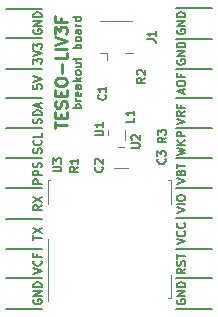
<source format=gto>
G04 #@! TF.GenerationSoftware,KiCad,Pcbnew,(5.0.1)-3*
G04 #@! TF.CreationDate,2018-11-05T23:25:50+01:00*
G04 #@! TF.ProjectId,project,70726F6A6563742E6B696361645F7063,rev?*
G04 #@! TF.SameCoordinates,Original*
G04 #@! TF.FileFunction,Legend,Top*
G04 #@! TF.FilePolarity,Positive*
%FSLAX46Y46*%
G04 Gerber Fmt 4.6, Leading zero omitted, Abs format (unit mm)*
G04 Created by KiCad (PCBNEW (5.0.1)-3) date 11/05/18 23:25:50*
%MOMM*%
%LPD*%
G01*
G04 APERTURE LIST*
%ADD10C,0.175000*%
%ADD11C,0.250000*%
%ADD12C,0.150000*%
%ADD13C,0.120000*%
%ADD14C,0.100000*%
G04 APERTURE END LIST*
D10*
X130501826Y-69467983D02*
X129801826Y-69467983D01*
X130068493Y-69467983D02*
X130035160Y-69401316D01*
X130035160Y-69267983D01*
X130068493Y-69201316D01*
X130101826Y-69167983D01*
X130168493Y-69134650D01*
X130368493Y-69134650D01*
X130435160Y-69167983D01*
X130468493Y-69201316D01*
X130501826Y-69267983D01*
X130501826Y-69401316D01*
X130468493Y-69467983D01*
X130501826Y-68834650D02*
X130035160Y-68834650D01*
X130168493Y-68834650D02*
X130101826Y-68801316D01*
X130068493Y-68767983D01*
X130035160Y-68701316D01*
X130035160Y-68634650D01*
X130468493Y-68134650D02*
X130501826Y-68201316D01*
X130501826Y-68334650D01*
X130468493Y-68401316D01*
X130401826Y-68434650D01*
X130135160Y-68434650D01*
X130068493Y-68401316D01*
X130035160Y-68334650D01*
X130035160Y-68201316D01*
X130068493Y-68134650D01*
X130135160Y-68101316D01*
X130201826Y-68101316D01*
X130268493Y-68434650D01*
X130501826Y-67501316D02*
X130135160Y-67501316D01*
X130068493Y-67534650D01*
X130035160Y-67601316D01*
X130035160Y-67734650D01*
X130068493Y-67801316D01*
X130468493Y-67501316D02*
X130501826Y-67567983D01*
X130501826Y-67734650D01*
X130468493Y-67801316D01*
X130401826Y-67834650D01*
X130335160Y-67834650D01*
X130268493Y-67801316D01*
X130235160Y-67734650D01*
X130235160Y-67567983D01*
X130201826Y-67501316D01*
X130501826Y-67167983D02*
X129801826Y-67167983D01*
X130235160Y-67101316D02*
X130501826Y-66901316D01*
X130035160Y-66901316D02*
X130301826Y-67167983D01*
X130501826Y-66501316D02*
X130468493Y-66567983D01*
X130435160Y-66601316D01*
X130368493Y-66634650D01*
X130168493Y-66634650D01*
X130101826Y-66601316D01*
X130068493Y-66567983D01*
X130035160Y-66501316D01*
X130035160Y-66401316D01*
X130068493Y-66334650D01*
X130101826Y-66301316D01*
X130168493Y-66267983D01*
X130368493Y-66267983D01*
X130435160Y-66301316D01*
X130468493Y-66334650D01*
X130501826Y-66401316D01*
X130501826Y-66501316D01*
X130035160Y-65667983D02*
X130501826Y-65667983D01*
X130035160Y-65967983D02*
X130401826Y-65967983D01*
X130468493Y-65934650D01*
X130501826Y-65867983D01*
X130501826Y-65767983D01*
X130468493Y-65701316D01*
X130435160Y-65667983D01*
X130035160Y-65434650D02*
X130035160Y-65167983D01*
X129801826Y-65334650D02*
X130401826Y-65334650D01*
X130468493Y-65301316D01*
X130501826Y-65234650D01*
X130501826Y-65167983D01*
X130501826Y-64401316D02*
X129801826Y-64401316D01*
X130068493Y-64401316D02*
X130035160Y-64334650D01*
X130035160Y-64201316D01*
X130068493Y-64134650D01*
X130101826Y-64101316D01*
X130168493Y-64067983D01*
X130368493Y-64067983D01*
X130435160Y-64101316D01*
X130468493Y-64134650D01*
X130501826Y-64201316D01*
X130501826Y-64334650D01*
X130468493Y-64401316D01*
X130501826Y-63667983D02*
X130468493Y-63734650D01*
X130435160Y-63767983D01*
X130368493Y-63801316D01*
X130168493Y-63801316D01*
X130101826Y-63767983D01*
X130068493Y-63734650D01*
X130035160Y-63667983D01*
X130035160Y-63567983D01*
X130068493Y-63501316D01*
X130101826Y-63467983D01*
X130168493Y-63434650D01*
X130368493Y-63434650D01*
X130435160Y-63467983D01*
X130468493Y-63501316D01*
X130501826Y-63567983D01*
X130501826Y-63667983D01*
X130501826Y-62834650D02*
X130135160Y-62834650D01*
X130068493Y-62867983D01*
X130035160Y-62934650D01*
X130035160Y-63067983D01*
X130068493Y-63134650D01*
X130468493Y-62834650D02*
X130501826Y-62901316D01*
X130501826Y-63067983D01*
X130468493Y-63134650D01*
X130401826Y-63167983D01*
X130335160Y-63167983D01*
X130268493Y-63134650D01*
X130235160Y-63067983D01*
X130235160Y-62901316D01*
X130201826Y-62834650D01*
X130501826Y-62501316D02*
X130035160Y-62501316D01*
X130168493Y-62501316D02*
X130101826Y-62467983D01*
X130068493Y-62434650D01*
X130035160Y-62367983D01*
X130035160Y-62301316D01*
X130501826Y-61767983D02*
X129801826Y-61767983D01*
X130468493Y-61767983D02*
X130501826Y-61834650D01*
X130501826Y-61967983D01*
X130468493Y-62034650D01*
X130435160Y-62067983D01*
X130368493Y-62101316D01*
X130168493Y-62101316D01*
X130101826Y-62067983D01*
X130068493Y-62034650D01*
X130035160Y-61967983D01*
X130035160Y-61834650D01*
X130068493Y-61767983D01*
D11*
X128296420Y-71177221D02*
X128296420Y-70605793D01*
X129296420Y-70891507D02*
X128296420Y-70891507D01*
X128772611Y-70272460D02*
X128772611Y-69939126D01*
X129296420Y-69796269D02*
X129296420Y-70272460D01*
X128296420Y-70272460D01*
X128296420Y-69796269D01*
X129248801Y-69415317D02*
X129296420Y-69272460D01*
X129296420Y-69034364D01*
X129248801Y-68939126D01*
X129201182Y-68891507D01*
X129105944Y-68843888D01*
X129010706Y-68843888D01*
X128915468Y-68891507D01*
X128867849Y-68939126D01*
X128820230Y-69034364D01*
X128772611Y-69224840D01*
X128724992Y-69320079D01*
X128677373Y-69367698D01*
X128582135Y-69415317D01*
X128486897Y-69415317D01*
X128391659Y-69367698D01*
X128344040Y-69320079D01*
X128296420Y-69224840D01*
X128296420Y-68986745D01*
X128344040Y-68843888D01*
X128772611Y-68415317D02*
X128772611Y-68081983D01*
X129296420Y-67939126D02*
X129296420Y-68415317D01*
X128296420Y-68415317D01*
X128296420Y-67939126D01*
X128296420Y-67320079D02*
X128296420Y-67129602D01*
X128344040Y-67034364D01*
X128439278Y-66939126D01*
X128629754Y-66891507D01*
X128963087Y-66891507D01*
X129153563Y-66939126D01*
X129248801Y-67034364D01*
X129296420Y-67129602D01*
X129296420Y-67320079D01*
X129248801Y-67415317D01*
X129153563Y-67510555D01*
X128963087Y-67558174D01*
X128629754Y-67558174D01*
X128439278Y-67510555D01*
X128344040Y-67415317D01*
X128296420Y-67320079D01*
X128915468Y-66462936D02*
X128915468Y-65701031D01*
X129296420Y-64748650D02*
X129296420Y-65224840D01*
X128296420Y-65224840D01*
X129296420Y-64415317D02*
X128296420Y-64415317D01*
X128296420Y-64081983D02*
X129296420Y-63748650D01*
X128296420Y-63415317D01*
X128296420Y-63177221D02*
X128296420Y-62558174D01*
X128677373Y-62891507D01*
X128677373Y-62748650D01*
X128724992Y-62653412D01*
X128772611Y-62605793D01*
X128867849Y-62558174D01*
X129105944Y-62558174D01*
X129201182Y-62605793D01*
X129248801Y-62653412D01*
X129296420Y-62748650D01*
X129296420Y-63034364D01*
X129248801Y-63129602D01*
X129201182Y-63177221D01*
X128772611Y-61796269D02*
X128772611Y-62129602D01*
X129296420Y-62129602D02*
X128296420Y-62129602D01*
X128296420Y-61653412D01*
D10*
X138618480Y-65369373D02*
X138585146Y-65436040D01*
X138585146Y-65536040D01*
X138618480Y-65636040D01*
X138685146Y-65702706D01*
X138751813Y-65736040D01*
X138885146Y-65769373D01*
X138985146Y-65769373D01*
X139118480Y-65736040D01*
X139185146Y-65702706D01*
X139251813Y-65636040D01*
X139285146Y-65536040D01*
X139285146Y-65469373D01*
X139251813Y-65369373D01*
X139218480Y-65336040D01*
X138985146Y-65336040D01*
X138985146Y-65469373D01*
X139285146Y-65036040D02*
X138585146Y-65036040D01*
X139285146Y-64636040D01*
X138585146Y-64636040D01*
X139285146Y-64302706D02*
X138585146Y-64302706D01*
X138585146Y-64136040D01*
X138618480Y-64036040D01*
X138685146Y-63969373D01*
X138751813Y-63936040D01*
X138885146Y-63902706D01*
X138985146Y-63902706D01*
X139118480Y-63936040D01*
X139185146Y-63969373D01*
X139251813Y-64036040D01*
X139285146Y-64136040D01*
X139285146Y-64302706D01*
X139085146Y-68204293D02*
X139085146Y-67870960D01*
X139285146Y-68270960D02*
X138585146Y-68037626D01*
X139285146Y-67804293D01*
X138585146Y-67437626D02*
X138585146Y-67304293D01*
X138618480Y-67237626D01*
X138685146Y-67170960D01*
X138818480Y-67137626D01*
X139051813Y-67137626D01*
X139185146Y-67170960D01*
X139251813Y-67237626D01*
X139285146Y-67304293D01*
X139285146Y-67437626D01*
X139251813Y-67504293D01*
X139185146Y-67570960D01*
X139051813Y-67604293D01*
X138818480Y-67604293D01*
X138685146Y-67570960D01*
X138618480Y-67504293D01*
X138585146Y-67437626D01*
X138918480Y-66604293D02*
X138918480Y-66837626D01*
X139285146Y-66837626D02*
X138585146Y-66837626D01*
X138585146Y-66504293D01*
X138585146Y-70834933D02*
X139285146Y-70601600D01*
X138585146Y-70368266D01*
X139285146Y-69734933D02*
X138951813Y-69968266D01*
X139285146Y-70134933D02*
X138585146Y-70134933D01*
X138585146Y-69868266D01*
X138618480Y-69801600D01*
X138651813Y-69768266D01*
X138718480Y-69734933D01*
X138818480Y-69734933D01*
X138885146Y-69768266D01*
X138918480Y-69801600D01*
X138951813Y-69868266D01*
X138951813Y-70134933D01*
X138918480Y-69201600D02*
X138918480Y-69434933D01*
X139285146Y-69434933D02*
X138585146Y-69434933D01*
X138585146Y-69101600D01*
X138618480Y-85679213D02*
X138585146Y-85745880D01*
X138585146Y-85845880D01*
X138618480Y-85945880D01*
X138685146Y-86012546D01*
X138751813Y-86045880D01*
X138885146Y-86079213D01*
X138985146Y-86079213D01*
X139118480Y-86045880D01*
X139185146Y-86012546D01*
X139251813Y-85945880D01*
X139285146Y-85845880D01*
X139285146Y-85779213D01*
X139251813Y-85679213D01*
X139218480Y-85645880D01*
X138985146Y-85645880D01*
X138985146Y-85779213D01*
X139285146Y-85345880D02*
X138585146Y-85345880D01*
X139285146Y-84945880D01*
X138585146Y-84945880D01*
X139285146Y-84612546D02*
X138585146Y-84612546D01*
X138585146Y-84445880D01*
X138618480Y-84345880D01*
X138685146Y-84279213D01*
X138751813Y-84245880D01*
X138885146Y-84212546D01*
X138985146Y-84212546D01*
X139118480Y-84245880D01*
X139185146Y-84279213D01*
X139251813Y-84345880D01*
X139285146Y-84445880D01*
X139285146Y-84612546D01*
X138618480Y-62798893D02*
X138585146Y-62865560D01*
X138585146Y-62965560D01*
X138618480Y-63065560D01*
X138685146Y-63132226D01*
X138751813Y-63165560D01*
X138885146Y-63198893D01*
X138985146Y-63198893D01*
X139118480Y-63165560D01*
X139185146Y-63132226D01*
X139251813Y-63065560D01*
X139285146Y-62965560D01*
X139285146Y-62898893D01*
X139251813Y-62798893D01*
X139218480Y-62765560D01*
X138985146Y-62765560D01*
X138985146Y-62898893D01*
X139285146Y-62465560D02*
X138585146Y-62465560D01*
X139285146Y-62065560D01*
X138585146Y-62065560D01*
X139285146Y-61732226D02*
X138585146Y-61732226D01*
X138585146Y-61565560D01*
X138618480Y-61465560D01*
X138685146Y-61398893D01*
X138751813Y-61365560D01*
X138885146Y-61332226D01*
X138985146Y-61332226D01*
X139118480Y-61365560D01*
X139185146Y-61398893D01*
X139251813Y-61465560D01*
X139285146Y-61565560D01*
X139285146Y-61732226D01*
X138585146Y-73420480D02*
X139285146Y-73253813D01*
X138785146Y-73120480D01*
X139285146Y-72987146D01*
X138585146Y-72820480D01*
X139285146Y-72553813D02*
X138585146Y-72553813D01*
X139285146Y-72153813D02*
X138885146Y-72453813D01*
X138585146Y-72153813D02*
X138985146Y-72553813D01*
X139285146Y-71853813D02*
X138585146Y-71853813D01*
X138585146Y-71587146D01*
X138618480Y-71520480D01*
X138651813Y-71487146D01*
X138718480Y-71453813D01*
X138818480Y-71453813D01*
X138885146Y-71487146D01*
X138918480Y-71520480D01*
X138951813Y-71587146D01*
X138951813Y-71853813D01*
X138585146Y-75856200D02*
X139285146Y-75622866D01*
X138585146Y-75389533D01*
X138918480Y-74922866D02*
X138951813Y-74822866D01*
X138985146Y-74789533D01*
X139051813Y-74756200D01*
X139151813Y-74756200D01*
X139218480Y-74789533D01*
X139251813Y-74822866D01*
X139285146Y-74889533D01*
X139285146Y-75156200D01*
X138585146Y-75156200D01*
X138585146Y-74922866D01*
X138618480Y-74856200D01*
X138651813Y-74822866D01*
X138718480Y-74789533D01*
X138785146Y-74789533D01*
X138851813Y-74822866D01*
X138885146Y-74856200D01*
X138918480Y-74922866D01*
X138918480Y-75156200D01*
X138585146Y-74556200D02*
X138585146Y-74156200D01*
X139285146Y-74356200D02*
X138585146Y-74356200D01*
X138585146Y-78297626D02*
X139285146Y-78064293D01*
X138585146Y-77830960D01*
X139285146Y-77597626D02*
X138585146Y-77597626D01*
X138585146Y-77130960D02*
X138585146Y-76997626D01*
X138618480Y-76930960D01*
X138685146Y-76864293D01*
X138818480Y-76830960D01*
X139051813Y-76830960D01*
X139185146Y-76864293D01*
X139251813Y-76930960D01*
X139285146Y-76997626D01*
X139285146Y-77130960D01*
X139251813Y-77197626D01*
X139185146Y-77264293D01*
X139051813Y-77297626D01*
X138818480Y-77297626D01*
X138685146Y-77264293D01*
X138618480Y-77197626D01*
X138585146Y-77130960D01*
X138585146Y-80978893D02*
X139285146Y-80745560D01*
X138585146Y-80512226D01*
X139218480Y-79878893D02*
X139251813Y-79912226D01*
X139285146Y-80012226D01*
X139285146Y-80078893D01*
X139251813Y-80178893D01*
X139185146Y-80245560D01*
X139118480Y-80278893D01*
X138985146Y-80312226D01*
X138885146Y-80312226D01*
X138751813Y-80278893D01*
X138685146Y-80245560D01*
X138618480Y-80178893D01*
X138585146Y-80078893D01*
X138585146Y-80012226D01*
X138618480Y-79912226D01*
X138651813Y-79878893D01*
X139218480Y-79178893D02*
X139251813Y-79212226D01*
X139285146Y-79312226D01*
X139285146Y-79378893D01*
X139251813Y-79478893D01*
X139185146Y-79545560D01*
X139118480Y-79578893D01*
X138985146Y-79612226D01*
X138885146Y-79612226D01*
X138751813Y-79578893D01*
X138685146Y-79545560D01*
X138618480Y-79478893D01*
X138585146Y-79378893D01*
X138585146Y-79312226D01*
X138618480Y-79212226D01*
X138651813Y-79178893D01*
X139285146Y-83055253D02*
X138951813Y-83288586D01*
X139285146Y-83455253D02*
X138585146Y-83455253D01*
X138585146Y-83188586D01*
X138618480Y-83121920D01*
X138651813Y-83088586D01*
X138718480Y-83055253D01*
X138818480Y-83055253D01*
X138885146Y-83088586D01*
X138918480Y-83121920D01*
X138951813Y-83188586D01*
X138951813Y-83455253D01*
X139251813Y-82788586D02*
X139285146Y-82688586D01*
X139285146Y-82521920D01*
X139251813Y-82455253D01*
X139218480Y-82421920D01*
X139151813Y-82388586D01*
X139085146Y-82388586D01*
X139018480Y-82421920D01*
X138985146Y-82455253D01*
X138951813Y-82521920D01*
X138918480Y-82655253D01*
X138885146Y-82721920D01*
X138851813Y-82755253D01*
X138785146Y-82788586D01*
X138718480Y-82788586D01*
X138651813Y-82755253D01*
X138618480Y-82721920D01*
X138585146Y-82655253D01*
X138585146Y-82488586D01*
X138618480Y-82388586D01*
X138585146Y-82188586D02*
X138585146Y-81788586D01*
X139285146Y-81988586D02*
X138585146Y-81988586D01*
D12*
X138531600Y-60998100D02*
X141579600Y-60998100D01*
X138531600Y-63563500D02*
X141579600Y-63563500D01*
X138531600Y-66116200D02*
X141579600Y-66116200D01*
X138531600Y-68630800D02*
X141579600Y-68630800D01*
X138531600Y-71170800D02*
X141579600Y-71170800D01*
X138531600Y-73710800D02*
X141579600Y-73710800D01*
X138531600Y-76250800D02*
X141579600Y-76250800D01*
X138531600Y-78790800D02*
X141579600Y-78790800D01*
X138531600Y-86423500D02*
X141579600Y-86423500D01*
X138531600Y-83845400D02*
X141579600Y-83845400D01*
X138531600Y-81343500D02*
X141579600Y-81343500D01*
D10*
X126451566Y-80632233D02*
X126451566Y-80232233D01*
X127151566Y-80432233D02*
X126451566Y-80432233D01*
X126451566Y-80065566D02*
X127151566Y-79598900D01*
X126451566Y-79598900D02*
X127151566Y-80065566D01*
X127151566Y-77650166D02*
X126818233Y-77883500D01*
X127151566Y-78050166D02*
X126451566Y-78050166D01*
X126451566Y-77783500D01*
X126484900Y-77716833D01*
X126518233Y-77683500D01*
X126584900Y-77650166D01*
X126684900Y-77650166D01*
X126751566Y-77683500D01*
X126784900Y-77716833D01*
X126818233Y-77783500D01*
X126818233Y-78050166D01*
X126451566Y-77416833D02*
X127151566Y-76950166D01*
X126451566Y-76950166D02*
X127151566Y-77416833D01*
X127151566Y-75847466D02*
X126451566Y-75847466D01*
X126451566Y-75580800D01*
X126484900Y-75514133D01*
X126518233Y-75480800D01*
X126584900Y-75447466D01*
X126684900Y-75447466D01*
X126751566Y-75480800D01*
X126784900Y-75514133D01*
X126818233Y-75580800D01*
X126818233Y-75847466D01*
X127151566Y-75147466D02*
X126451566Y-75147466D01*
X126451566Y-74880800D01*
X126484900Y-74814133D01*
X126518233Y-74780800D01*
X126584900Y-74747466D01*
X126684900Y-74747466D01*
X126751566Y-74780800D01*
X126784900Y-74814133D01*
X126818233Y-74880800D01*
X126818233Y-75147466D01*
X127118233Y-74480800D02*
X127151566Y-74380800D01*
X127151566Y-74214133D01*
X127118233Y-74147466D01*
X127084900Y-74114133D01*
X127018233Y-74080800D01*
X126951566Y-74080800D01*
X126884900Y-74114133D01*
X126851566Y-74147466D01*
X126818233Y-74214133D01*
X126784900Y-74347466D01*
X126751566Y-74414133D01*
X126718233Y-74447466D01*
X126651566Y-74480800D01*
X126584900Y-74480800D01*
X126518233Y-74447466D01*
X126484900Y-74414133D01*
X126451566Y-74347466D01*
X126451566Y-74180800D01*
X126484900Y-74080800D01*
X127118233Y-73261433D02*
X127151566Y-73161433D01*
X127151566Y-72994766D01*
X127118233Y-72928100D01*
X127084900Y-72894766D01*
X127018233Y-72861433D01*
X126951566Y-72861433D01*
X126884900Y-72894766D01*
X126851566Y-72928100D01*
X126818233Y-72994766D01*
X126784900Y-73128100D01*
X126751566Y-73194766D01*
X126718233Y-73228100D01*
X126651566Y-73261433D01*
X126584900Y-73261433D01*
X126518233Y-73228100D01*
X126484900Y-73194766D01*
X126451566Y-73128100D01*
X126451566Y-72961433D01*
X126484900Y-72861433D01*
X127084900Y-72161433D02*
X127118233Y-72194766D01*
X127151566Y-72294766D01*
X127151566Y-72361433D01*
X127118233Y-72461433D01*
X127051566Y-72528100D01*
X126984900Y-72561433D01*
X126851566Y-72594766D01*
X126751566Y-72594766D01*
X126618233Y-72561433D01*
X126551566Y-72528100D01*
X126484900Y-72461433D01*
X126451566Y-72361433D01*
X126451566Y-72294766D01*
X126484900Y-72194766D01*
X126518233Y-72161433D01*
X127151566Y-71528100D02*
X127151566Y-71861433D01*
X126451566Y-71861433D01*
X127118233Y-70750800D02*
X127151566Y-70650800D01*
X127151566Y-70484133D01*
X127118233Y-70417466D01*
X127084900Y-70384133D01*
X127018233Y-70350800D01*
X126951566Y-70350800D01*
X126884900Y-70384133D01*
X126851566Y-70417466D01*
X126818233Y-70484133D01*
X126784900Y-70617466D01*
X126751566Y-70684133D01*
X126718233Y-70717466D01*
X126651566Y-70750800D01*
X126584900Y-70750800D01*
X126518233Y-70717466D01*
X126484900Y-70684133D01*
X126451566Y-70617466D01*
X126451566Y-70450800D01*
X126484900Y-70350800D01*
X127151566Y-70050800D02*
X126451566Y-70050800D01*
X126451566Y-69884133D01*
X126484900Y-69784133D01*
X126551566Y-69717466D01*
X126618233Y-69684133D01*
X126751566Y-69650800D01*
X126851566Y-69650800D01*
X126984900Y-69684133D01*
X127051566Y-69717466D01*
X127118233Y-69784133D01*
X127151566Y-69884133D01*
X127151566Y-70050800D01*
X126951566Y-69384133D02*
X126951566Y-69050800D01*
X127151566Y-69450800D02*
X126451566Y-69217466D01*
X127151566Y-68984133D01*
X126451566Y-67468733D02*
X126451566Y-67802066D01*
X126784900Y-67835400D01*
X126751566Y-67802066D01*
X126718233Y-67735400D01*
X126718233Y-67568733D01*
X126751566Y-67502066D01*
X126784900Y-67468733D01*
X126851566Y-67435400D01*
X127018233Y-67435400D01*
X127084900Y-67468733D01*
X127118233Y-67502066D01*
X127151566Y-67568733D01*
X127151566Y-67735400D01*
X127118233Y-67802066D01*
X127084900Y-67835400D01*
X126451566Y-67235400D02*
X127151566Y-67002066D01*
X126451566Y-66768733D01*
X126451566Y-65687466D02*
X126451566Y-65254133D01*
X126718233Y-65487466D01*
X126718233Y-65387466D01*
X126751566Y-65320800D01*
X126784900Y-65287466D01*
X126851566Y-65254133D01*
X127018233Y-65254133D01*
X127084900Y-65287466D01*
X127118233Y-65320800D01*
X127151566Y-65387466D01*
X127151566Y-65587466D01*
X127118233Y-65654133D01*
X127084900Y-65687466D01*
X126451566Y-65054133D02*
X127151566Y-64820800D01*
X126451566Y-64587466D01*
X126451566Y-64420800D02*
X126451566Y-63987466D01*
X126718233Y-64220800D01*
X126718233Y-64120800D01*
X126751566Y-64054133D01*
X126784900Y-64020800D01*
X126851566Y-63987466D01*
X127018233Y-63987466D01*
X127084900Y-64020800D01*
X127118233Y-64054133D01*
X127151566Y-64120800D01*
X127151566Y-64320800D01*
X127118233Y-64387466D01*
X127084900Y-64420800D01*
X126484900Y-62814133D02*
X126451566Y-62880800D01*
X126451566Y-62980800D01*
X126484900Y-63080800D01*
X126551566Y-63147466D01*
X126618233Y-63180800D01*
X126751566Y-63214133D01*
X126851566Y-63214133D01*
X126984900Y-63180800D01*
X127051566Y-63147466D01*
X127118233Y-63080800D01*
X127151566Y-62980800D01*
X127151566Y-62914133D01*
X127118233Y-62814133D01*
X127084900Y-62780800D01*
X126851566Y-62780800D01*
X126851566Y-62914133D01*
X127151566Y-62480800D02*
X126451566Y-62480800D01*
X127151566Y-62080800D01*
X126451566Y-62080800D01*
X127151566Y-61747466D02*
X126451566Y-61747466D01*
X126451566Y-61580800D01*
X126484900Y-61480800D01*
X126551566Y-61414133D01*
X126618233Y-61380800D01*
X126751566Y-61347466D01*
X126851566Y-61347466D01*
X126984900Y-61380800D01*
X127051566Y-61414133D01*
X127118233Y-61480800D01*
X127151566Y-61580800D01*
X127151566Y-61747466D01*
D12*
X124142500Y-61023500D02*
X127190500Y-61023500D01*
X124142500Y-63538100D02*
X127190500Y-63538100D01*
X124142500Y-66103500D02*
X127190500Y-66103500D01*
X124142500Y-68630800D02*
X127190500Y-68630800D01*
X124142500Y-71158100D02*
X127190500Y-71158100D01*
X124142500Y-73698100D02*
X127190500Y-73698100D01*
X124142500Y-76250800D02*
X127190500Y-76250800D01*
X124142500Y-78803500D02*
X127190500Y-78803500D01*
D10*
X126451566Y-83458733D02*
X127151566Y-83225400D01*
X126451566Y-82992066D01*
X127084900Y-82358733D02*
X127118233Y-82392066D01*
X127151566Y-82492066D01*
X127151566Y-82558733D01*
X127118233Y-82658733D01*
X127051566Y-82725400D01*
X126984900Y-82758733D01*
X126851566Y-82792066D01*
X126751566Y-82792066D01*
X126618233Y-82758733D01*
X126551566Y-82725400D01*
X126484900Y-82658733D01*
X126451566Y-82558733D01*
X126451566Y-82492066D01*
X126484900Y-82392066D01*
X126518233Y-82358733D01*
X126784900Y-81825400D02*
X126784900Y-82058733D01*
X127151566Y-82058733D02*
X126451566Y-82058733D01*
X126451566Y-81725400D01*
X126484900Y-85674133D02*
X126451566Y-85740800D01*
X126451566Y-85840800D01*
X126484900Y-85940800D01*
X126551566Y-86007466D01*
X126618233Y-86040800D01*
X126751566Y-86074133D01*
X126851566Y-86074133D01*
X126984900Y-86040800D01*
X127051566Y-86007466D01*
X127118233Y-85940800D01*
X127151566Y-85840800D01*
X127151566Y-85774133D01*
X127118233Y-85674133D01*
X127084900Y-85640800D01*
X126851566Y-85640800D01*
X126851566Y-85774133D01*
X127151566Y-85340800D02*
X126451566Y-85340800D01*
X127151566Y-84940800D01*
X126451566Y-84940800D01*
X127151566Y-84607466D02*
X126451566Y-84607466D01*
X126451566Y-84440800D01*
X126484900Y-84340800D01*
X126551566Y-84274133D01*
X126618233Y-84240800D01*
X126751566Y-84207466D01*
X126851566Y-84207466D01*
X126984900Y-84240800D01*
X127051566Y-84274133D01*
X127118233Y-84340800D01*
X127151566Y-84440800D01*
X127151566Y-84607466D01*
D12*
X124142500Y-86423500D02*
X127190500Y-86423500D01*
X124142500Y-81343500D02*
X127190500Y-81343500D01*
X124142500Y-83870800D02*
X127190500Y-83870800D01*
D13*
G04 #@! TO.C,J1*
X132127000Y-62058700D02*
X134827000Y-62058700D01*
X132717000Y-64778700D02*
X132717000Y-65408700D01*
X134877000Y-64778700D02*
X134237000Y-64778700D01*
X132077000Y-64778700D02*
X132717000Y-64778700D01*
G04 #@! TO.C,U1*
X132777000Y-71704200D02*
X132777000Y-71304200D01*
X134227000Y-72154200D02*
X134227000Y-71304200D01*
D14*
G04 #@! TO.C,U3*
X127689900Y-75546000D02*
X127889900Y-75546000D01*
X127689900Y-77546000D02*
X127689900Y-75546000D01*
X138089900Y-85546000D02*
X137889900Y-85546000D01*
X138089900Y-85546000D02*
X138089900Y-83546000D01*
X138089900Y-75546000D02*
X137889900Y-75546000D01*
X138089900Y-77546000D02*
X138089900Y-75546000D01*
X127689900Y-85746000D02*
X127689900Y-80546000D01*
D13*
G04 #@! TO.C,U2*
X133270700Y-74505820D02*
X134470700Y-74505820D01*
X134120700Y-72707500D02*
X133620700Y-72707500D01*
G04 #@! TO.C,C1*
D12*
X132557000Y-68315666D02*
X132590333Y-68349000D01*
X132623666Y-68449000D01*
X132623666Y-68515666D01*
X132590333Y-68615666D01*
X132523666Y-68682333D01*
X132457000Y-68715666D01*
X132323666Y-68749000D01*
X132223666Y-68749000D01*
X132090333Y-68715666D01*
X132023666Y-68682333D01*
X131957000Y-68615666D01*
X131923666Y-68515666D01*
X131923666Y-68449000D01*
X131957000Y-68349000D01*
X131990333Y-68315666D01*
X132623666Y-67649000D02*
X132623666Y-68049000D01*
X132623666Y-67849000D02*
X131923666Y-67849000D01*
X132023666Y-67915666D01*
X132090333Y-67982333D01*
X132123666Y-68049000D01*
G04 #@! TO.C,C2*
X132266500Y-74424366D02*
X132299833Y-74457700D01*
X132333166Y-74557700D01*
X132333166Y-74624366D01*
X132299833Y-74724366D01*
X132233166Y-74791033D01*
X132166500Y-74824366D01*
X132033166Y-74857700D01*
X131933166Y-74857700D01*
X131799833Y-74824366D01*
X131733166Y-74791033D01*
X131666500Y-74724366D01*
X131633166Y-74624366D01*
X131633166Y-74557700D01*
X131666500Y-74457700D01*
X131699833Y-74424366D01*
X131699833Y-74157700D02*
X131666500Y-74124366D01*
X131633166Y-74057700D01*
X131633166Y-73891033D01*
X131666500Y-73824366D01*
X131699833Y-73791033D01*
X131766500Y-73757700D01*
X131833166Y-73757700D01*
X131933166Y-73791033D01*
X132333166Y-74191033D01*
X132333166Y-73757700D01*
G04 #@! TO.C,C3*
X137587800Y-73751266D02*
X137621133Y-73784600D01*
X137654466Y-73884600D01*
X137654466Y-73951266D01*
X137621133Y-74051266D01*
X137554466Y-74117933D01*
X137487800Y-74151266D01*
X137354466Y-74184600D01*
X137254466Y-74184600D01*
X137121133Y-74151266D01*
X137054466Y-74117933D01*
X136987800Y-74051266D01*
X136954466Y-73951266D01*
X136954466Y-73884600D01*
X136987800Y-73784600D01*
X137021133Y-73751266D01*
X136954466Y-73517933D02*
X136954466Y-73084600D01*
X137221133Y-73317933D01*
X137221133Y-73217933D01*
X137254466Y-73151266D01*
X137287800Y-73117933D01*
X137354466Y-73084600D01*
X137521133Y-73084600D01*
X137587800Y-73117933D01*
X137621133Y-73151266D01*
X137654466Y-73217933D01*
X137654466Y-73417933D01*
X137621133Y-73484600D01*
X137587800Y-73517933D01*
G04 #@! TO.C,J1*
X136101026Y-63636813D02*
X136601026Y-63636813D01*
X136701026Y-63670146D01*
X136767693Y-63736813D01*
X136801026Y-63836813D01*
X136801026Y-63903480D01*
X136801026Y-62936813D02*
X136801026Y-63336813D01*
X136801026Y-63136813D02*
X136101026Y-63136813D01*
X136201026Y-63203480D01*
X136267693Y-63270146D01*
X136301026Y-63336813D01*
G04 #@! TO.C,L1*
X134963666Y-70271466D02*
X134963666Y-70604800D01*
X134263666Y-70604800D01*
X134963666Y-69671466D02*
X134963666Y-70071466D01*
X134963666Y-69871466D02*
X134263666Y-69871466D01*
X134363666Y-69938133D01*
X134430333Y-70004800D01*
X134463666Y-70071466D01*
G04 #@! TO.C,R1*
X130224966Y-74424366D02*
X129891633Y-74657700D01*
X130224966Y-74824366D02*
X129524966Y-74824366D01*
X129524966Y-74557700D01*
X129558300Y-74491033D01*
X129591633Y-74457700D01*
X129658300Y-74424366D01*
X129758300Y-74424366D01*
X129824966Y-74457700D01*
X129858300Y-74491033D01*
X129891633Y-74557700D01*
X129891633Y-74824366D01*
X130224966Y-73757700D02*
X130224966Y-74157700D01*
X130224966Y-73957700D02*
X129524966Y-73957700D01*
X129624966Y-74024366D01*
X129691633Y-74091033D01*
X129724966Y-74157700D01*
G04 #@! TO.C,U1*
X131671266Y-71754933D02*
X132237933Y-71754933D01*
X132304600Y-71721600D01*
X132337933Y-71688266D01*
X132371266Y-71621600D01*
X132371266Y-71488266D01*
X132337933Y-71421600D01*
X132304600Y-71388266D01*
X132237933Y-71354933D01*
X131671266Y-71354933D01*
X132371266Y-70654933D02*
X132371266Y-71054933D01*
X132371266Y-70854933D02*
X131671266Y-70854933D01*
X131771266Y-70921600D01*
X131837933Y-70988266D01*
X131871266Y-71054933D01*
G04 #@! TO.C,U3*
X128120346Y-74813093D02*
X128687013Y-74813093D01*
X128753680Y-74779760D01*
X128787013Y-74746426D01*
X128820346Y-74679760D01*
X128820346Y-74546426D01*
X128787013Y-74479760D01*
X128753680Y-74446426D01*
X128687013Y-74413093D01*
X128120346Y-74413093D01*
X128120346Y-74146426D02*
X128120346Y-73713093D01*
X128387013Y-73946426D01*
X128387013Y-73846426D01*
X128420346Y-73779760D01*
X128453680Y-73746426D01*
X128520346Y-73713093D01*
X128687013Y-73713093D01*
X128753680Y-73746426D01*
X128787013Y-73779760D01*
X128820346Y-73846426D01*
X128820346Y-74046426D01*
X128787013Y-74113093D01*
X128753680Y-74146426D01*
G04 #@! TO.C,U2*
X134744666Y-72821733D02*
X135311333Y-72821733D01*
X135378000Y-72788400D01*
X135411333Y-72755066D01*
X135444666Y-72688400D01*
X135444666Y-72555066D01*
X135411333Y-72488400D01*
X135378000Y-72455066D01*
X135311333Y-72421733D01*
X134744666Y-72421733D01*
X134811333Y-72121733D02*
X134778000Y-72088400D01*
X134744666Y-72021733D01*
X134744666Y-71855066D01*
X134778000Y-71788400D01*
X134811333Y-71755066D01*
X134878000Y-71721733D01*
X134944666Y-71721733D01*
X135044666Y-71755066D01*
X135444666Y-72155066D01*
X135444666Y-71721733D01*
G04 #@! TO.C,R2*
X135927266Y-66893266D02*
X135593933Y-67126600D01*
X135927266Y-67293266D02*
X135227266Y-67293266D01*
X135227266Y-67026600D01*
X135260600Y-66959933D01*
X135293933Y-66926600D01*
X135360600Y-66893266D01*
X135460600Y-66893266D01*
X135527266Y-66926600D01*
X135560600Y-66959933D01*
X135593933Y-67026600D01*
X135593933Y-67293266D01*
X135293933Y-66626600D02*
X135260600Y-66593266D01*
X135227266Y-66526600D01*
X135227266Y-66359933D01*
X135260600Y-66293266D01*
X135293933Y-66259933D01*
X135360600Y-66226600D01*
X135427266Y-66226600D01*
X135527266Y-66259933D01*
X135927266Y-66659933D01*
X135927266Y-66226600D01*
G04 #@! TO.C,R3*
X137668766Y-71947866D02*
X137335433Y-72181200D01*
X137668766Y-72347866D02*
X136968766Y-72347866D01*
X136968766Y-72081200D01*
X137002100Y-72014533D01*
X137035433Y-71981200D01*
X137102100Y-71947866D01*
X137202100Y-71947866D01*
X137268766Y-71981200D01*
X137302100Y-72014533D01*
X137335433Y-72081200D01*
X137335433Y-72347866D01*
X136968766Y-71714533D02*
X136968766Y-71281200D01*
X137235433Y-71514533D01*
X137235433Y-71414533D01*
X137268766Y-71347866D01*
X137302100Y-71314533D01*
X137368766Y-71281200D01*
X137535433Y-71281200D01*
X137602100Y-71314533D01*
X137635433Y-71347866D01*
X137668766Y-71414533D01*
X137668766Y-71614533D01*
X137635433Y-71681200D01*
X137602100Y-71714533D01*
G04 #@! TD*
M02*

</source>
